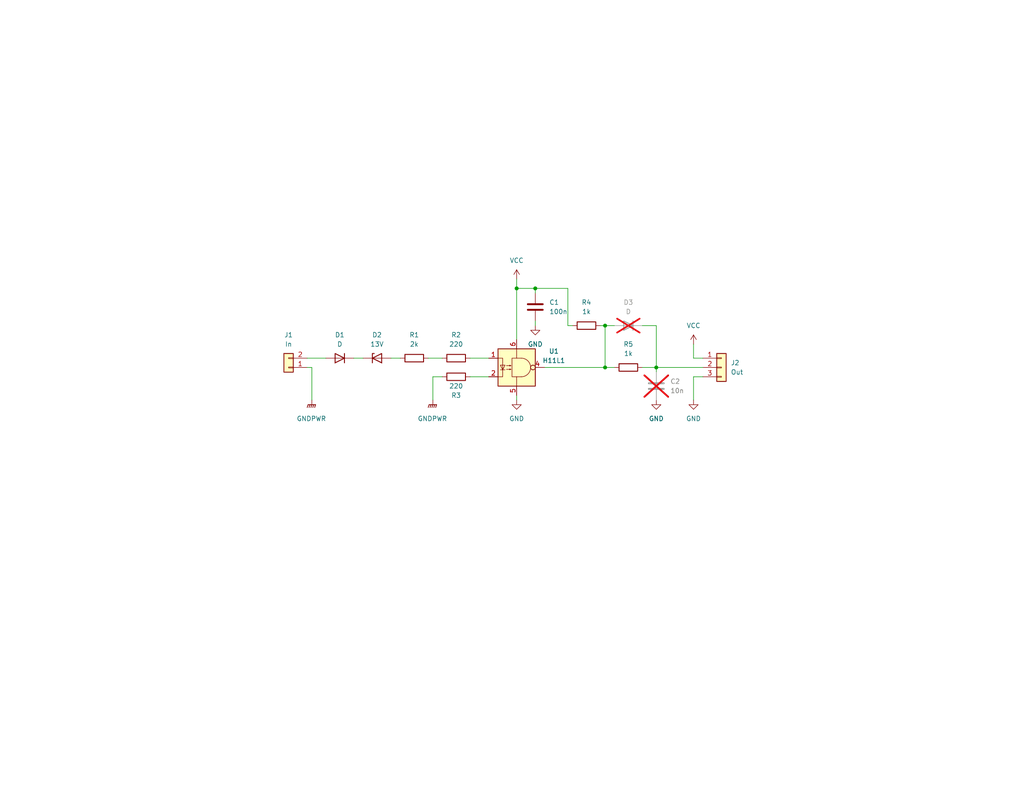
<source format=kicad_sch>
(kicad_sch (version 20231120) (generator "eeschema") (generator_version "8.0")
  (paper "USLetter")
  (title_block (title "Volvo 240 Digital Dash Tach Adapter") (rev "B"))
  (lib_symbols
    (symbol "Connector_Generic:Conn_01x02" (pin_names (offset 1.016) hide)
      (property "Reference" "J" (at 0 2.54 0))
      (property "Value" "Conn_01x02" (at 0 -5.08 0))
      (symbol "Conn_01x02_1_1"
        (rectangle (start -1.27 -2.413) (end 0 -2.667) (stroke (width 0.1524)))
        (rectangle (start -1.27 0.127) (end 0 -0.127) (stroke (width 0.1524)))
        (rectangle (start -1.27 1.27) (end 1.27 -3.81) (stroke (width 0.254)) (fill (type background)))
        (pin passive line (at -5.08 0 0) (length 3.81) (name "Pin_1") (number "1"))
        (pin passive line (at -5.08 -2.54 0) (length 3.81) (name "Pin_2") (number "2"))
      )
    )
    (symbol "Connector_Generic:Conn_01x03" (pin_names (offset 1.016) hide)
      (property "Reference" "J" (at 0 5.08 0))
      (property "Value" "Conn_01x03" (at 0 -5.08 0))
      (symbol "Conn_01x03_1_1"
        (rectangle (start -1.27 -2.413) (end 0 -2.667) (stroke (width 0.1524)))
        (rectangle (start -1.27 0.127) (end 0 -0.127) (stroke (width 0.1524)))
        (rectangle (start -1.27 2.667) (end 0 2.413) (stroke (width 0.1524)))
        (rectangle (start -1.27 3.81) (end 1.27 -3.81) (stroke (width 0.254)) (fill (type background)))
        (pin passive line (at -5.08 2.54 0) (length 3.81) (name "Pin_1") (number "1"))
        (pin passive line (at -5.08 0 0) (length 3.81) (name "Pin_2") (number "2"))
        (pin passive line (at -5.08 -2.54 0) (length 3.81) (name "Pin_3") (number "3"))
      )
    )
    (symbol "Device:C" (pin_numbers hide) (pin_names (offset 0.254))
      (property "Reference" "C" (at 0.635 2.54 0))
      (property "Value" "C" (at 0.635 -2.54 0))
      (symbol "C_0_1"
        (polyline (pts (xy -2.032 -0.762) (xy 2.032 -0.762)) (stroke (width 0.508)))
        (polyline (pts (xy -2.032 0.762) (xy 2.032 0.762)) (stroke (width 0.508)))
      )
      (symbol "C_1_1"
        (pin passive line (at 0 3.81 270) (length 2.794) (name "~") (number "1"))
        (pin passive line (at 0 -3.81 90) (length 2.794) (name "~") (number "2"))
      )
    )
    (symbol "Device:D" (pin_numbers hide) (pin_names (offset 1.016) hide)
      (property "Reference" "D" (at 0 2.54 0))
      (property "Value" "D" (at 0 -2.54 0))
      (symbol "D_0_1"
        (polyline (pts (xy -1.27 1.27) (xy -1.27 -1.27)) (stroke (width 0.254)))
        (polyline (pts (xy 1.27 0) (xy -1.27 0)))
        (polyline (pts (xy 1.27 1.27) (xy 1.27 -1.27) (xy -1.27 0) (xy 1.27 1.27)) (stroke (width 0.254)))
      )
      (symbol "D_1_1"
        (pin passive line (at -3.81 0 0) (length 2.54) (name "K") (number "1"))
        (pin passive line (at 3.81 0 180) (length 2.54) (name "A") (number "2"))
      )
    )
    (symbol "Device:D_Zener" (pin_numbers hide) (pin_names (offset 1.016) hide)
      (property "Reference" "D" (at 0 2.54 0))
      (property "Value" "D_Zener" (at 0 -2.54 0))
      (symbol "D_Zener_0_1"
        (polyline (pts (xy 1.27 0) (xy -1.27 0)))
        (polyline (pts (xy -1.27 -1.27) (xy -1.27 1.27) (xy -0.762 1.27)) (stroke (width 0.254)))
        (polyline (pts (xy 1.27 -1.27) (xy 1.27 1.27) (xy -1.27 0) (xy 1.27 -1.27)) (stroke (width 0.254)))
      )
      (symbol "D_Zener_1_1"
        (pin passive line (at -3.81 0 0) (length 2.54) (name "K") (number "1"))
        (pin passive line (at 3.81 0 180) (length 2.54) (name "A") (number "2"))
      )
    )
    (symbol "Device:R" (pin_numbers hide) (pin_names (offset 0))
      (property "Reference" "R" (at 2.032 0 90))
      (property "Value" "R" (at 0 0 90))
      (symbol "R_0_1"
        (rectangle (start -1.016 -2.54) (end 1.016 2.54) (stroke (width 0.254)))
      )
      (symbol "R_1_1"
        (pin passive line (at 0 3.81 270) (length 1.27) (name "~") (number "1"))
        (pin passive line (at 0 -3.81 90) (length 1.27) (name "~") (number "2"))
      )
    )
    (symbol "Isolator:H11L1" (pin_names (offset 1.016))
      (property "Reference" "U" (at 1.27 8.89 0))
      (property "Value" "H11L1" (at 1.27 6.35 0))
      (symbol "H11L1_0_1"
        (rectangle (start -5.08 5.08) (end 5.08 -5.08) (stroke (width 0.254)) (fill (type background)))
        (polyline (pts (xy -4.445 -0.635) (xy -3.175 -0.635)))
        (polyline (pts (xy 0 2.54) (xy 0 5.08)))
        (polyline (pts (xy 0 -2.54) (xy 0 -5.08) (xy 0 -3.81)))
        (polyline (pts (xy -5.08 -2.54) (xy -3.81 -2.54) (xy -3.81 2.54) (xy -5.08 2.54)))
        (polyline (pts (xy -3.81 -0.635) (xy -4.445 0.635) (xy -3.175 0.635) (xy -3.81 -0.635)))
        (polyline (pts (xy 1.27 -2.54) (xy -1.27 -2.54) (xy -1.27 2.54) (xy 1.27 2.54)))
        (polyline (pts (xy -2.794 -0.508) (xy -1.524 -0.508) (xy -1.905 -0.635) (xy -1.905 -0.381) (xy -1.524 -0.508)))
        (polyline (pts (xy -2.794 0.508) (xy -1.524 0.508) (xy -1.905 0.381) (xy -1.905 0.635) (xy -1.524 0.508)))
        (arc (start 1.27 -2.54) (mid 3.7989 0) (end 1.27 2.54))
      )
      (symbol "H11L1_1_1"
        (pin passive line (at -7.62 2.54 0) (length 2.54) (name "~") (number "1"))
        (pin passive line (at -7.62 -2.54 0) (length 2.54) (name "~") (number "2"))
        (pin no_connect line (at -5.08 0 0) (length 2.54) hide (name "~") (number "3"))
        (pin output inverted (at 7.62 0 180) (length 3.81) (name "~") (number "4"))
        (pin power_in line (at 0 -7.62 90) (length 2.54) (name "~") (number "5"))
        (pin power_in line (at 0 7.62 270) (length 2.54) (name "~") (number "6"))
      )
    )
    (symbol "power:GND" (power) (pin_names (offset 0))
      (property "Value" "GND" (at 0 -3.81 0))
      (symbol "GND_0_1"
        (polyline (pts (xy 0 0) (xy 0 -1.27) (xy 1.27 -1.27) (xy 0 -2.54) (xy -1.27 -1.27) (xy 0 -1.27)))
      )
      (symbol "GND_1_1"
        (pin power_in line (at 0 0 270) (length 0) hide (name "GND") (number "1"))
      )
    )
    (symbol "power:GNDPWR" (power) (pin_names (offset 0))
      (property "Value" "GNDPWR" (at 0 -3.302 0))
      (symbol "GNDPWR_0_1"
        (polyline (pts (xy 0 -1.27) (xy 0 0)))
        (polyline (pts (xy -1.016 -1.27) (xy -1.27 -2.032) (xy -1.27 -2.032)) (stroke (width 0.2032)))
        (polyline (pts (xy -0.508 -1.27) (xy -0.762 -2.032) (xy -0.762 -2.032)) (stroke (width 0.2032)))
        (polyline (pts (xy 0 -1.27) (xy -0.254 -2.032) (xy -0.254 -2.032)) (stroke (width 0.2032)))
        (polyline (pts (xy 0.508 -1.27) (xy 0.254 -2.032) (xy 0.254 -2.032)) (stroke (width 0.2032)))
        (polyline (pts (xy 1.016 -1.27) (xy -1.016 -1.27) (xy -1.016 -1.27)) (stroke (width 0.2032)))
        (polyline (pts (xy 1.016 -1.27) (xy 0.762 -2.032) (xy 0.762 -2.032) (xy 0.762 -2.032)) (stroke (width 0.2032)))
      )
      (symbol "GNDPWR_1_1"
        (pin power_in line (at 0 0 270) (length 0) hide (name "GNDPWR") (number "1"))
      )
    )
    (symbol "power:VCC" (power) (pin_names (offset 0))
      (property "Value" "VCC" (at 0 3.81 0))
      (symbol "VCC_0_1"
        (polyline (pts (xy -0.762 1.27) (xy 0 2.54)))
        (polyline (pts (xy 0 0) (xy 0 2.54)))
        (polyline (pts (xy 0 2.54) (xy 0.762 1.27)))
      )
      (symbol "VCC_1_1"
        (pin power_in line (at 0 0 90) (length 0) hide (name "VCC") (number "1"))
      )
    )
  )
  (junction (at 179.07 100.33))
  (junction (at 165.1 100.33))
  (junction (at 165.1 88.9))
  (junction (at 146.05 78.74))
  (junction (at 140.97 78.74))
  (wire (pts (xy 154.94 78.74) (xy 146.05 78.74)))
  (wire (pts (xy 165.1 88.9) (xy 165.1 100.33)))
  (wire (pts (xy 120.65 102.87) (xy 118.11 102.87)))
  (wire (pts (xy 140.97 107.95) (xy 140.97 109.22)))
  (wire (pts (xy 165.1 88.9) (xy 167.64 88.9)))
  (wire (pts (xy 83.82 100.33) (xy 85.09 100.33)))
  (wire (pts (xy 128.27 97.79) (xy 133.35 97.79)))
  (wire (pts (xy 179.07 100.33) (xy 191.77 100.33)))
  (wire (pts (xy 154.94 78.74) (xy 154.94 88.9)))
  (wire (pts (xy 191.77 102.87) (xy 189.23 102.87)))
  (wire (pts (xy 146.05 87.63) (xy 146.05 88.9)))
  (wire (pts (xy 118.11 102.87) (xy 118.11 109.22)))
  (wire (pts (xy 156.21 88.9) (xy 154.94 88.9)))
  (wire (pts (xy 128.27 102.87) (xy 133.35 102.87)))
  (wire (pts (xy 116.84 97.79) (xy 120.65 97.79)))
  (wire (pts (xy 191.77 97.79) (xy 189.23 97.79)))
  (wire (pts (xy 165.1 100.33) (xy 167.64 100.33)))
  (wire (pts (xy 106.68 97.79) (xy 109.22 97.79)))
  (wire (pts (xy 175.26 100.33) (xy 179.07 100.33)))
  (wire (pts (xy 179.07 88.9) (xy 179.07 100.33)))
  (wire (pts (xy 96.52 97.79) (xy 99.06 97.79)))
  (wire (pts (xy 163.83 88.9) (xy 165.1 88.9)))
  (wire (pts (xy 85.09 100.33) (xy 85.09 109.22)))
  (wire (pts (xy 148.59 100.33) (xy 165.1 100.33)))
  (wire (pts (xy 179.07 101.6) (xy 179.07 100.33)))
  (wire (pts (xy 146.05 78.74) (xy 146.05 80.01)))
  (wire (pts (xy 140.97 76.2) (xy 140.97 78.74)))
  (wire (pts (xy 140.97 78.74) (xy 146.05 78.74)))
  (wire (pts (xy 83.82 97.79) (xy 88.9 97.79)))
  (wire (pts (xy 189.23 102.87) (xy 189.23 109.22)))
  (wire (pts (xy 140.97 78.74) (xy 140.97 92.71)))
  (wire (pts (xy 189.23 93.98) (xy 189.23 97.79)))
  (wire (pts (xy 175.26 88.9) (xy 179.07 88.9)))
  (symbol (lib_id "Device:D") (at 92.71 97.79 180) (unit 1)
    (property "Reference" "D1" (at 92.71 91.44 0))
    (property "Value" "D" (at 92.71 93.98 0))
    (property "Footprint" "Diode_SMD:D_SMA" (effects (hide yes)))
    (property "Datasheet" "https://www.mouser.com/datasheet/2/115/ds15004-3103949.pdf" (effects (hide yes)))
    (property "PN" "RS2GA-13-F" (effects (hide yes)))
  )
  (symbol (lib_id "power:GND") (at 179.07 109.22 0) (unit 1)
    (property "Reference" "#PWR0108" (effects (hide yes)))
    (property "Value" "GND" (at 179.07 114.3 0))
  )
  (symbol (lib_id "Device:D") (at 171.45 88.9 180) (unit 1) (dnp yes)
    (property "Reference" "D3" (at 171.45 82.55 0))
    (property "Value" "D" (at 171.45 85.09 0))
    (property "Footprint" "Diode_SMD:D_SMA" (effects (hide yes)))
    (property "PN" "RS2GA-13-F" (effects (hide yes)))
  )
  (symbol (lib_id "power:GNDPWR") (at 85.09 109.22 0) (unit 1)
    (property "Reference" "#PWR0102" (effects (hide yes)))
    (property "Value" "GNDPWR" (at 84.963 114.3 0))
  )
  (symbol (lib_id "Device:R") (at 124.46 102.87 90) (unit 1)
    (property "Reference" "R3" (at 124.46 107.95 90))
    (property "Value" "220" (at 124.46 105.41 90))
    (property "Footprint" "Resistor_SMD:R_1206_3216Metric" (effects (hide yes)))
    (property "PN" "CRCW1206220RFKEAHP" (effects (hide yes)))
  )
  (symbol (lib_id "power:VCC") (at 189.23 93.98 0) (unit 1)
    (property "Reference" "#PWR0105" (effects (hide yes)))
    (property "Value" "VCC" (at 189.23 88.9 0))
  )
  (symbol (lib_id "Device:C") (at 146.05 83.82 0) (unit 1)
    (property "Reference" "C1" (at 149.86 82.5499 0) (effects (justify left)))
    (property "Value" "100n" (at 149.86 85.0899 0) (effects (justify left)))
    (property "Footprint" "Capacitor_SMD:C_0603_1608Metric" (effects (hide yes)))
    (property "Datasheet" "https://mm.digikey.com/Volume0/opasdata/d220001/medias/docus/658/CL10B104MB8NNNC_Spec.pdf" (effects (hide yes)))
    (property "PN" "CL10B104MB8NNNC" (effects (hide yes)))
  )
  (symbol (lib_id "Isolator:H11L1") (at 140.97 100.33 0) (unit 1)
    (property "Reference" "U1" (at 151.13 95.885 0))
    (property "Value" "H11L1" (at 151.13 98.425 0))
    (property "Footprint" "volvodash:6-SMD" (effects (hide yes)))
    (property "Datasheet" "https://www.onsemi.com/pub/Collateral/H11L3M-D.PDF" (effects (hide yes)))
    (property "PN" "H11L1" (effects (hide yes)))
  )
  (symbol (lib_id "Device:R") (at 113.03 97.79 90) (unit 1)
    (property "Reference" "R1" (at 113.03 91.44 90))
    (property "Value" "2k" (at 113.03 93.98 90))
    (property "Footprint" "Resistor_SMD:R_1206_3216Metric" (effects (hide yes)))
    (property "Datasheet" "https://www.vishay.com/doc?20043" (effects (hide yes)))
    (property "PN" "CRCW12062K00JNEAHP" (effects (hide yes)))
  )
  (symbol (lib_id "Device:C") (at 179.07 105.41 0) (unit 1) (dnp yes)
    (property "Reference" "C2" (at 182.88 104.1399 0) (effects (justify left)))
    (property "Value" "10n" (at 182.88 106.6799 0) (effects (justify left)))
    (property "Footprint" "Capacitor_SMD:C_0603_1608Metric" (effects (hide yes)))
    (property "Datasheet" "https://mm.digikey.com/Volume0/opasdata/d220001/medias/docus/609/CL10B103KB8NNNC_Spec.pdf" (effects (hide yes)))
    (property "PN" "CL10B103KB8NNNC" (effects (hide yes)))
  )
  (symbol (lib_id "power:GND") (at 146.05 88.9 0) (unit 1)
    (property "Reference" "#PWR0107" (effects (hide yes)))
    (property "Value" "GND" (at 146.05 93.98 0))
  )
  (symbol (lib_id "Connector_Generic:Conn_01x03") (at 196.85 100.33 0) (unit 1)
    (property "Reference" "J2" (at 199.39 99.0599 0) (effects (justify left)))
    (property "Value" "Out" (at 199.39 101.5999 0) (effects (justify left)))
    (property "Footprint" "Connector_Wire:SolderWire-1.5sqmm_1x03_P6mm_D1.7mm_OD3mm" (effects (hide yes)))
  )
  (symbol (lib_id "power:GND") (at 140.97 109.22 0) (unit 1)
    (property "Reference" "#PWR0101" (effects (hide yes)))
    (property "Value" "GND" (at 140.97 114.3 0))
  )
  (symbol (lib_id "power:GNDPWR") (at 118.11 109.22 0) (unit 1)
    (property "Reference" "#PWR0103" (effects (hide yes)))
    (property "Value" "GNDPWR" (at 117.983 114.3 0))
  )
  (symbol (lib_id "Device:R") (at 124.46 97.79 90) (unit 1)
    (property "Reference" "R2" (at 124.46 91.44 90))
    (property "Value" "220" (at 124.46 93.98 90))
    (property "Footprint" "Resistor_SMD:R_1206_3216Metric" (effects (hide yes)))
    (property "PN" "CRCW1206220RFKEAHP" (effects (hide yes)))
  )
  (symbol (lib_id "power:GND") (at 189.23 109.22 0) (unit 1)
    (property "Reference" "#PWR0106" (effects (hide yes)))
    (property "Value" "GND" (at 189.23 114.3 0))
  )
  (symbol (lib_id "Device:R") (at 171.45 100.33 90) (unit 1)
    (property "Reference" "R5" (at 171.45 93.98 90))
    (property "Value" "1k" (at 171.45 96.52 90))
    (property "Footprint" "Resistor_SMD:R_0603_1608Metric" (effects (hide yes)))
    (property "Datasheet" "https://www.yageo.com/upload/media/product/products/datasheet/rchip/PYu-RC_Group_51_RoHS_L_12.pdf" (effects (hide yes)))
    (property "PN" "RC0603JR-071KL" (effects (hide yes)))
  )
  (symbol (lib_id "Device:D_Zener") (at 102.87 97.79 0) (unit 1)
    (property "Reference" "D2" (at 102.87 91.44 0))
    (property "Value" "13V" (at 102.87 93.98 0))
    (property "Footprint" "Diode_SMD:D_SMB" (effects (hide yes)))
    (property "Datasheet" "https://www.mouser.com/datasheet/2/80/CZRB5338B_HF_Thru175900__CZRB5388B_HF_RevA-2505969.pdf" (effects (hide yes)))
    (property "PN" " CZRB5350B-HF" (effects (hide yes)))
  )
  (symbol (lib_id "Connector_Generic:Conn_01x02") (at 78.74 100.33 180) (unit 1)
    (property "Reference" "J1" (at 78.74 91.44 0))
    (property "Value" "In" (at 78.74 93.98 0))
    (property "Footprint" "Connector_Wire:SolderWire-1.5sqmm_1x02_P6mm_D1.7mm_OD3mm" (effects (hide yes)))
  )
  (symbol (lib_id "Device:R") (at 160.02 88.9 90) (unit 1)
    (property "Reference" "R4" (at 160.02 82.55 90))
    (property "Value" "1k" (at 160.02 85.09 90))
    (property "Footprint" "Resistor_SMD:R_0603_1608Metric" (effects (hide yes)))
    (property "Datasheet" "https://www.yageo.com/upload/media/product/products/datasheet/rchip/PYu-RC_Group_51_RoHS_L_12.pdf" (effects (hide yes)))
    (property "PN" "RC0603JR-071KL" (effects (hide yes)))
  )
  (symbol (lib_id "power:VCC") (at 140.97 76.2 0) (unit 1)
    (property "Reference" "#PWR0104" (effects (hide yes)))
    (property "Value" "VCC" (at 140.97 71.12 0))
  )
)
</source>
